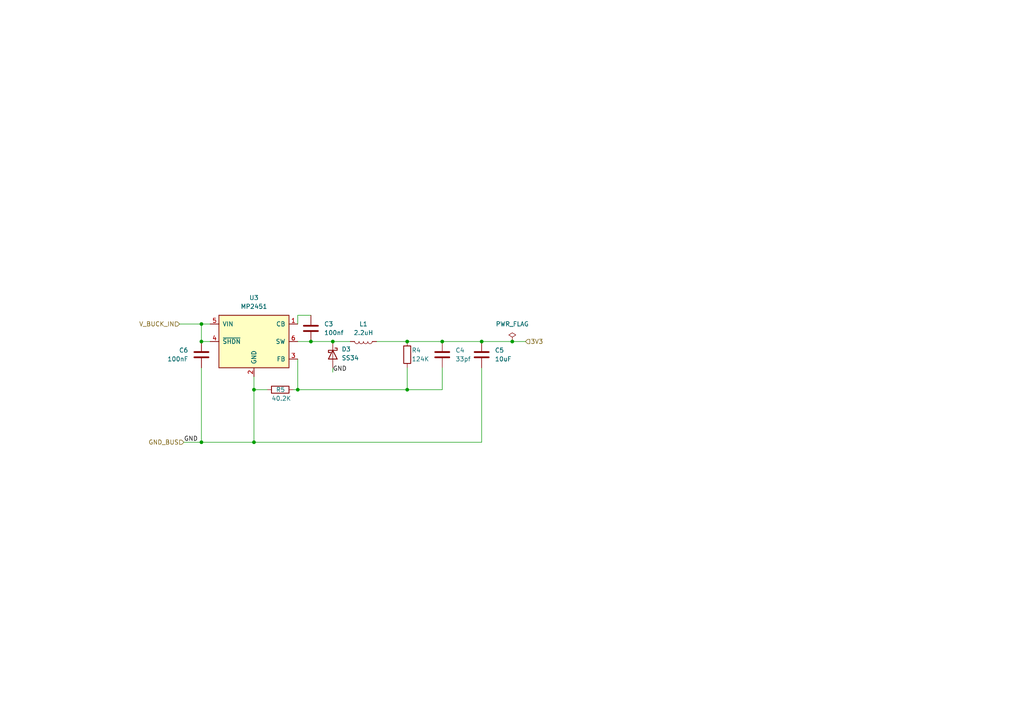
<source format=kicad_sch>
(kicad_sch (version 20250114) (generator "eeschema") (generator_version "9.0")
  (paper "A4")
  (lib_symbols
    (symbol "Device:C" (pin_numbers (hide yes)) (pin_names (offset 0.254))
      (property "Reference" "C" (at 0.635 2.54 0))
      (property "Value" "C" (at 0.635 -2.54 0))
      (symbol "C_0_1"
        (polyline (pts (xy -2.032 0.762) (xy 2.032 0.762)) (stroke (width 0.508)))
        (polyline (pts (xy -2.032 -0.762) (xy 2.032 -0.762)) (stroke (width 0.508)))
      )
      (symbol "C_1_1"
        (pin passive line (at 0 3.81 270) (length 2.794) (name "~") (number "1"))
        (pin passive line (at 0 -3.81 90) (length 2.794) (name "~") (number "2"))
      )
    )
    (symbol "Device:L" (pin_numbers (hide yes)) (pin_names (offset 1.016) (hide yes))
      (property "Reference" "L" (at -1.27 0 90))
      (property "Value" "L" (at 1.905 0 90))
      (symbol "L_0_1"
        (arc (start 0 2.54) (mid 0.6323 1.905) (end 0 1.27))
        (arc (start 0 1.27) (mid 0.6323 0.635) (end 0 0))
        (arc (start 0 0) (mid 0.6323 -0.635) (end 0 -1.27))
        (arc (start 0 -1.27) (mid 0.6323 -1.905) (end 0 -2.54))
      )
      (symbol "L_1_1"
        (pin passive line (at 0 3.81 270) (length 1.27) (name "1") (number "1"))
        (pin passive line (at 0 -3.81 90) (length 1.27) (name "2") (number "2"))
      )
    )
    (symbol "Device:R" (pin_numbers (hide yes)) (pin_names (offset 0))
      (property "Reference" "R" (at 2.032 0 90))
      (property "Value" "R" (at 0 0 90))
      (symbol "R_0_1"
        (rectangle (start -1.016 -2.54) (end 1.016 2.54) (stroke (width 0.254)))
      )
      (symbol "R_1_1"
        (pin passive line (at 0 3.81 270) (length 1.27) (name "~") (number "1"))
        (pin passive line (at 0 -3.81 90) (length 1.27) (name "~") (number "2"))
      )
    )
    (symbol "Diode:SS34" (pin_numbers (hide yes)) (pin_names (offset 1.016) (hide yes))
      (property "Reference" "D" (at 0 2.54 0))
      (property "Value" "SS34" (at 0 -2.54 0))
      (symbol "SS34_0_1"
        (polyline (pts (xy -1.905 0.635) (xy -1.905 1.27) (xy -1.27 1.27) (xy -1.27 -1.27) (xy -0.635 -1.27) (xy -0.635 -0.635)) (stroke (width 0.254)))
        (polyline (pts (xy 1.27 1.27) (xy 1.27 -1.27) (xy -1.27 0) (xy 1.27 1.27)) (stroke (width 0.254)))
        (polyline (pts (xy 1.27 0) (xy -1.27 0)))
      )
      (symbol "SS34_1_1"
        (pin passive line (at -3.81 0 0) (length 2.54) (name "K") (number "1"))
        (pin passive line (at 3.81 0 180) (length 2.54) (name "A") (number "2"))
      )
    )
    (symbol "Regulator_Switching:LMR16006YQ" (pin_names (offset 1.016))
      (property "Reference" "U" (at -10.16 11.43 0))
      (property "Value" "LMR16006YQ" (at -10.16 8.89 0))
      (symbol "LMR16006YQ_0_1"
        (rectangle (start -10.16 7.62) (end 10.16 -7.62) (stroke (width 0.254)) (fill (type background)))
      )
      (symbol "LMR16006YQ_1_1"
        (pin power_in line (at -12.7 5.08 0) (length 2.54) (name "VIN") (number "5"))
        (pin input line (at -12.7 0 0) (length 2.54) (name "~{SHDN}") (number "4"))
        (pin power_in line (at 0 -10.16 90) (length 2.54) (name "GND") (number "2"))
        (pin input line (at 12.7 5.08 180) (length 2.54) (name "CB") (number "1"))
        (pin output line (at 12.7 0 180) (length 2.54) (name "SW") (number "6"))
        (pin input line (at 12.7 -5.08 180) (length 2.54) (name "FB") (number "3"))
      )
    )
    (symbol "power:PWR_FLAG" (power) (pin_numbers (hide yes)) (pin_names (offset 0) (hide yes))
      (property "Value" "PWR_FLAG" (at 0 3.81 0))
      (symbol "PWR_FLAG_0_0"
        (pin power_out line (at 0 0 90) (length 0) (name "~") (number "1"))
      )
      (symbol "PWR_FLAG_0_1"
        (polyline (pts (xy 0 0) (xy 0 1.27) (xy -1.016 1.905) (xy 0 2.54) (xy 1.016 1.905) (xy 0 1.27)))
      )
    )
  )
  (junction (at 90.17 99.06))
  (junction (at 148.59 99.06))
  (junction (at 73.66 128.27))
  (junction (at 58.42 99.06))
  (junction (at 58.42 128.27))
  (junction (at 58.42 93.98))
  (junction (at 73.66 113.03))
  (junction (at 118.11 99.06))
  (junction (at 96.52 99.06))
  (junction (at 86.36 113.03))
  (junction (at 128.27 99.06))
  (junction (at 118.11 113.03))
  (junction (at 139.7 99.06))
  (wire (pts (xy 52.07 93.98) (xy 58.42 93.98)))
  (wire (pts (xy 128.27 113.03) (xy 128.27 106.68)))
  (wire (pts (xy 118.11 113.03) (xy 118.11 106.68)))
  (wire (pts (xy 58.42 93.98) (xy 60.96 93.98)))
  (wire (pts (xy 86.36 104.14) (xy 86.36 113.03)))
  (wire (pts (xy 86.36 113.03) (xy 118.11 113.03)))
  (wire (pts (xy 128.27 113.03) (xy 118.11 113.03)))
  (wire (pts (xy 90.17 99.06) (xy 96.52 99.06)))
  (wire (pts (xy 58.42 106.68) (xy 58.42 128.27)))
  (wire (pts (xy 128.27 99.06) (xy 139.7 99.06)))
  (wire (pts (xy 85.09 113.03) (xy 86.36 113.03)))
  (wire (pts (xy 58.42 99.06) (xy 60.96 99.06)))
  (wire (pts (xy 139.7 128.27) (xy 73.66 128.27)))
  (wire (pts (xy 96.52 107.95) (xy 96.52 106.68)))
  (wire (pts (xy 58.42 93.98) (xy 58.42 99.06)))
  (wire (pts (xy 77.47 113.03) (xy 73.66 113.03)))
  (wire (pts (xy 152.4 99.06) (xy 148.59 99.06)))
  (wire (pts (xy 73.66 128.27) (xy 73.66 113.03)))
  (wire (pts (xy 118.11 99.06) (xy 128.27 99.06)))
  (wire (pts (xy 118.11 99.06) (xy 109.22 99.06)))
  (wire (pts (xy 86.36 93.98) (xy 86.36 91.44)))
  (wire (pts (xy 58.42 128.27) (xy 73.66 128.27)))
  (wire (pts (xy 139.7 106.68) (xy 139.7 128.27)))
  (wire (pts (xy 86.36 91.44) (xy 90.17 91.44)))
  (wire (pts (xy 53.34 128.27) (xy 58.42 128.27)))
  (wire (pts (xy 96.52 99.06) (xy 101.6 99.06)))
  (wire (pts (xy 73.66 109.22) (xy 73.66 113.03)))
  (wire (pts (xy 148.59 99.06) (xy 139.7 99.06)))
  (wire (pts (xy 86.36 99.06) (xy 90.17 99.06)))
  (label "GND" (at 96.52 107.95 0))
  (label "GND" (at 53.34 128.27 0))
  (hierarchical_label "GND_BUS" (shape input) (at 53.34 128.27 180))
  (hierarchical_label "V_BUCK_IN" (shape input) (at 52.07 93.98 180))
  (hierarchical_label "3V3" (shape input) (at 152.4 99.06 0))
  (symbol (lib_id "Device:C") (at 139.7 102.87 0) (unit 1)
    (property "Reference" "C5" (at 143.51 101.5999 0) (effects (justify left)))
    (property "Value" "10uF" (at 143.51 104.1399 0) (effects (justify left)))
    (property "Description" "Unpolarized capacitor" (effects (hide yes)))
  )
  (symbol (lib_id "Device:C") (at 90.17 95.25 0) (unit 1)
    (property "Reference" "C3" (at 93.98 93.9799 0) (effects (justify left)))
    (property "Value" "100nf" (at 93.98 96.5199 0) (effects (justify left)))
    (property "Description" "Unpolarized capacitor" (effects (hide yes)))
  )
  (symbol (lib_id "Device:R") (at 81.28 113.03 270) (unit 1)
    (property "Reference" "R5" (at 80.01 113.03 90) (effects (justify left)))
    (property "Value" "40.2K" (at 78.74 115.57 90) (effects (justify left)))
    (property "Description" "Resistor" (effects (hide yes)))
  )
  (symbol (lib_id "Device:C") (at 58.42 102.87 0) (mirror y) (unit 1)
    (property "Reference" "C6" (at 54.61 101.5999 0) (effects (justify left)))
    (property "Value" "100nF" (at 54.61 104.1399 0) (effects (justify left)))
    (property "Description" "Unpolarized capacitor" (effects (hide yes)))
  )
  (symbol (lib_id "Device:L") (at 105.41 99.06 270) (unit 1)
    (property "Reference" "L1" (at 105.41 93.98 90))
    (property "Value" "2.2uH" (at 105.41 96.52 90))
    (property "Description" "Inductor" (effects (hide yes)))
  )
  (symbol (lib_id "Regulator_Switching:LMR16006YQ") (at 73.66 99.06 0) (unit 1)
    (property "Reference" "U3" (at 73.66 86.36 0))
    (property "Value" "MP2451" (at 73.66 88.9 0))
    (property "Footprint" "Package_TO_SOT_SMD:SOT-23-6" (effects (hide yes)))
    (property "Datasheet" "http://www.ti.com/lit/ds/symlink/lmr16006y-q1.pdf" (effects (hide yes)))
    (property "Description" "Simple Switcher Buck Regulator, Vin=4-40V, Iout=600mA, Adjustable output voltage, SOT-23-6 package" (effects (hide yes)))
  )
  (symbol (lib_id "Diode:SS34") (at 96.52 102.87 270) (unit 1)
    (property "Reference" "D3" (at 99.06 101.2824 90) (effects (justify left)))
    (property "Value" "SS34" (at 99.06 103.8224 90) (effects (justify left)))
    (property "Footprint" "Diode_SMD:D_SMA" (effects (hide yes)))
    (property "Datasheet" "https://www.vishay.com/docs/88751/ss32.pdf" (effects (hide yes)))
    (property "Description" "40V 3A Schottky Diode, SMA" (effects (hide yes)))
  )
  (symbol (lib_id "power:PWR_FLAG") (at 148.59 99.06 0) (unit 1)
    (property "Reference" "#FLG02" (effects (hide yes)))
    (property "Value" "PWR_FLAG" (at 148.59 93.98 0))
    (property "Description" "Special symbol for telling ERC where power comes from" (effects (hide yes)))
  )
  (symbol (lib_id "Device:R") (at 118.11 102.87 0) (unit 1)
    (property "Reference" "R4" (at 119.38 101.6 0) (effects (justify left)))
    (property "Value" "124K" (at 119.38 104.14 0) (effects (justify left)))
    (property "Description" "Resistor" (effects (hide yes)))
  )
  (symbol (lib_id "Device:C") (at 128.27 102.87 0) (unit 1)
    (property "Reference" "C4" (at 132.08 101.5999 0) (effects (justify left)))
    (property "Value" "33pf" (at 132.08 104.1399 0) (effects (justify left)))
    (property "Description" "Unpolarized capacitor" (effects (hide yes)))
  )
)
</source>
